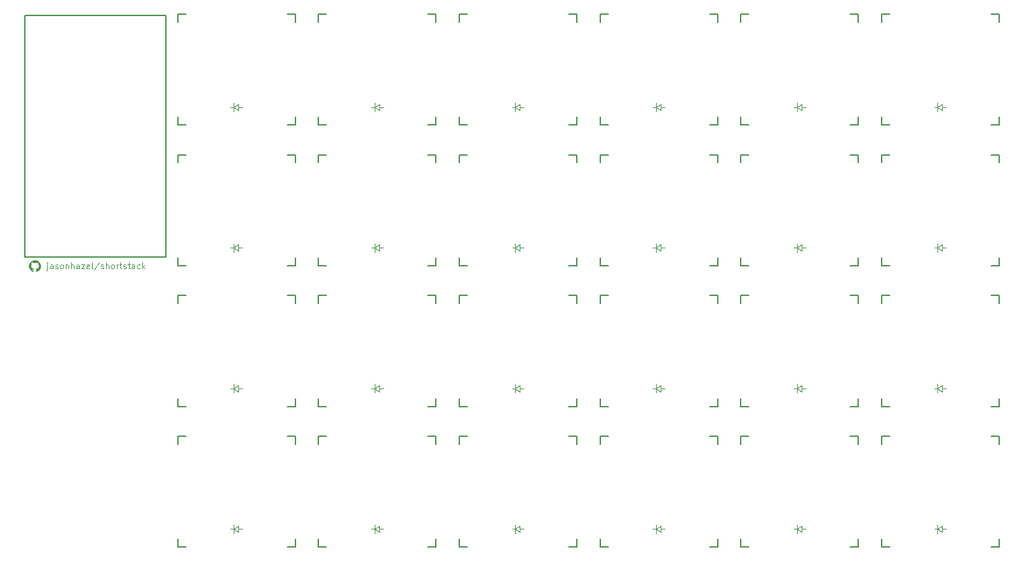
<source format=gbr>
%TF.GenerationSoftware,KiCad,Pcbnew,(6.0.10)*%
%TF.CreationDate,2023-01-29T20:47:48-05:00*%
%TF.ProjectId,shortstack,73686f72-7473-4746-9163-6b2e6b696361,v1.0.0*%
%TF.SameCoordinates,Original*%
%TF.FileFunction,Legend,Top*%
%TF.FilePolarity,Positive*%
%FSLAX46Y46*%
G04 Gerber Fmt 4.6, Leading zero omitted, Abs format (unit mm)*
G04 Created by KiCad (PCBNEW (6.0.10)) date 2023-01-29 20:47:48*
%MOMM*%
%LPD*%
G01*
G04 APERTURE LIST*
%ADD10C,0.100000*%
%ADD11C,0.150000*%
G04 APERTURE END LIST*
D10*
%TO.C,GH2*%
X-23851512Y28628371D02*
X-23851512Y27985514D01*
X-23887226Y27914085D01*
X-23958655Y27878371D01*
X-23994369Y27878371D01*
X-23851512Y28878371D02*
X-23887226Y28842657D01*
X-23851512Y28806942D01*
X-23815798Y28842657D01*
X-23851512Y28878371D01*
X-23851512Y28806942D01*
X-23172941Y28128371D02*
X-23172941Y28521228D01*
X-23208655Y28592657D01*
X-23280084Y28628371D01*
X-23422941Y28628371D01*
X-23494369Y28592657D01*
X-23172941Y28164085D02*
X-23244369Y28128371D01*
X-23422941Y28128371D01*
X-23494369Y28164085D01*
X-23530084Y28235514D01*
X-23530084Y28306942D01*
X-23494369Y28378371D01*
X-23422941Y28414085D01*
X-23244369Y28414085D01*
X-23172941Y28449799D01*
X-22851512Y28164085D02*
X-22780084Y28128371D01*
X-22637226Y28128371D01*
X-22565798Y28164085D01*
X-22530084Y28235514D01*
X-22530084Y28271228D01*
X-22565798Y28342657D01*
X-22637226Y28378371D01*
X-22744369Y28378371D01*
X-22815798Y28414085D01*
X-22851512Y28485514D01*
X-22851512Y28521228D01*
X-22815798Y28592657D01*
X-22744369Y28628371D01*
X-22637226Y28628371D01*
X-22565798Y28592657D01*
X-22101512Y28128371D02*
X-22172941Y28164085D01*
X-22208655Y28199799D01*
X-22244369Y28271228D01*
X-22244369Y28485514D01*
X-22208655Y28556942D01*
X-22172941Y28592657D01*
X-22101512Y28628371D01*
X-21994369Y28628371D01*
X-21922941Y28592657D01*
X-21887226Y28556942D01*
X-21851512Y28485514D01*
X-21851512Y28271228D01*
X-21887226Y28199799D01*
X-21922941Y28164085D01*
X-21994369Y28128371D01*
X-22101512Y28128371D01*
X-21530084Y28628371D02*
X-21530084Y28128371D01*
X-21530084Y28556942D02*
X-21494369Y28592657D01*
X-21422941Y28628371D01*
X-21315798Y28628371D01*
X-21244369Y28592657D01*
X-21208655Y28521228D01*
X-21208655Y28128371D01*
X-20851512Y28128371D02*
X-20851512Y28878371D01*
X-20530084Y28128371D02*
X-20530084Y28521228D01*
X-20565798Y28592657D01*
X-20637226Y28628371D01*
X-20744369Y28628371D01*
X-20815798Y28592657D01*
X-20851512Y28556942D01*
X-19851512Y28128371D02*
X-19851512Y28521228D01*
X-19887226Y28592657D01*
X-19958655Y28628371D01*
X-20101512Y28628371D01*
X-20172941Y28592657D01*
X-19851512Y28164085D02*
X-19922941Y28128371D01*
X-20101512Y28128371D01*
X-20172941Y28164085D01*
X-20208655Y28235514D01*
X-20208655Y28306942D01*
X-20172941Y28378371D01*
X-20101512Y28414085D01*
X-19922941Y28414085D01*
X-19851512Y28449799D01*
X-19565798Y28628371D02*
X-19172941Y28628371D01*
X-19565798Y28128371D01*
X-19172941Y28128371D01*
X-18601512Y28164085D02*
X-18672941Y28128371D01*
X-18815798Y28128371D01*
X-18887226Y28164085D01*
X-18922941Y28235514D01*
X-18922941Y28521228D01*
X-18887226Y28592657D01*
X-18815798Y28628371D01*
X-18672941Y28628371D01*
X-18601512Y28592657D01*
X-18565798Y28521228D01*
X-18565798Y28449799D01*
X-18922941Y28378371D01*
X-18137226Y28128371D02*
X-18208655Y28164085D01*
X-18244369Y28235514D01*
X-18244369Y28878371D01*
X-17315798Y28914085D02*
X-17958655Y27949799D01*
X-17101512Y28164085D02*
X-17030084Y28128371D01*
X-16887226Y28128371D01*
X-16815798Y28164085D01*
X-16780084Y28235514D01*
X-16780084Y28271228D01*
X-16815798Y28342657D01*
X-16887226Y28378371D01*
X-16994369Y28378371D01*
X-17065798Y28414085D01*
X-17101512Y28485514D01*
X-17101512Y28521228D01*
X-17065798Y28592657D01*
X-16994369Y28628371D01*
X-16887226Y28628371D01*
X-16815798Y28592657D01*
X-16458655Y28128371D02*
X-16458655Y28878371D01*
X-16137226Y28128371D02*
X-16137226Y28521228D01*
X-16172941Y28592657D01*
X-16244369Y28628371D01*
X-16351512Y28628371D01*
X-16422941Y28592657D01*
X-16458655Y28556942D01*
X-15672941Y28128371D02*
X-15744369Y28164085D01*
X-15780084Y28199799D01*
X-15815798Y28271228D01*
X-15815798Y28485514D01*
X-15780084Y28556942D01*
X-15744369Y28592657D01*
X-15672941Y28628371D01*
X-15565798Y28628371D01*
X-15494369Y28592657D01*
X-15458655Y28556942D01*
X-15422941Y28485514D01*
X-15422941Y28271228D01*
X-15458655Y28199799D01*
X-15494369Y28164085D01*
X-15565798Y28128371D01*
X-15672941Y28128371D01*
X-15101512Y28128371D02*
X-15101512Y28628371D01*
X-15101512Y28485514D02*
X-15065798Y28556942D01*
X-15030084Y28592657D01*
X-14958655Y28628371D01*
X-14887226Y28628371D01*
X-14744369Y28628371D02*
X-14458655Y28628371D01*
X-14637226Y28878371D02*
X-14637226Y28235514D01*
X-14601512Y28164085D01*
X-14530084Y28128371D01*
X-14458655Y28128371D01*
X-14244369Y28164085D02*
X-14172941Y28128371D01*
X-14030084Y28128371D01*
X-13958655Y28164085D01*
X-13922941Y28235514D01*
X-13922941Y28271228D01*
X-13958655Y28342657D01*
X-14030084Y28378371D01*
X-14137226Y28378371D01*
X-14208655Y28414085D01*
X-14244369Y28485514D01*
X-14244369Y28521228D01*
X-14208655Y28592657D01*
X-14137226Y28628371D01*
X-14030084Y28628371D01*
X-13958655Y28592657D01*
X-13708655Y28628371D02*
X-13422941Y28628371D01*
X-13601512Y28878371D02*
X-13601512Y28235514D01*
X-13565798Y28164085D01*
X-13494369Y28128371D01*
X-13422941Y28128371D01*
X-12851512Y28128371D02*
X-12851512Y28521228D01*
X-12887226Y28592657D01*
X-12958655Y28628371D01*
X-13101512Y28628371D01*
X-13172941Y28592657D01*
X-12851512Y28164085D02*
X-12922941Y28128371D01*
X-13101512Y28128371D01*
X-13172941Y28164085D01*
X-13208655Y28235514D01*
X-13208655Y28306942D01*
X-13172941Y28378371D01*
X-13101512Y28414085D01*
X-12922941Y28414085D01*
X-12851512Y28449799D01*
X-12172941Y28164085D02*
X-12244369Y28128371D01*
X-12387226Y28128371D01*
X-12458655Y28164085D01*
X-12494369Y28199799D01*
X-12530083Y28271228D01*
X-12530083Y28485514D01*
X-12494369Y28556942D01*
X-12458655Y28592657D01*
X-12387226Y28628371D01*
X-12244369Y28628371D01*
X-12172941Y28592657D01*
X-11851512Y28128371D02*
X-11851512Y28878371D01*
X-11780083Y28414085D02*
X-11565798Y28128371D01*
X-11565798Y28628371D02*
X-11851512Y28342657D01*
G36*
X-25374279Y29199012D02*
G01*
X-25341123Y29197433D01*
X-25311262Y29194898D01*
X-25286707Y29191460D01*
X-25213023Y29174681D01*
X-25143062Y29151815D01*
X-25076753Y29122822D01*
X-25014023Y29087667D01*
X-24954798Y29046310D01*
X-24899007Y28998714D01*
X-24880276Y28980573D01*
X-24831059Y28926369D01*
X-24787610Y28868083D01*
X-24750111Y28806085D01*
X-24718743Y28740744D01*
X-24693686Y28672426D01*
X-24675121Y28601502D01*
X-24664890Y28541814D01*
X-24662171Y28513446D01*
X-24660684Y28480403D01*
X-24660384Y28444638D01*
X-24661223Y28408099D01*
X-24663158Y28372738D01*
X-24666141Y28340503D01*
X-24670128Y28313346D01*
X-24670246Y28312719D01*
X-24687569Y28239302D01*
X-24711098Y28168980D01*
X-24740654Y28102054D01*
X-24776061Y28038826D01*
X-24817142Y27979599D01*
X-24863719Y27924675D01*
X-24915615Y27874356D01*
X-24938794Y27854798D01*
X-24964764Y27834968D01*
X-24993171Y27815372D01*
X-25023070Y27796499D01*
X-25053515Y27778837D01*
X-25083564Y27762877D01*
X-25112272Y27749107D01*
X-25138693Y27738016D01*
X-25161883Y27730093D01*
X-25180899Y27725829D01*
X-25188981Y27725219D01*
X-25201068Y27726859D01*
X-25210849Y27732900D01*
X-25213768Y27735658D01*
X-25224207Y27746098D01*
X-25224269Y27872265D01*
X-25224366Y27910357D01*
X-25224670Y27942132D01*
X-25225263Y27968419D01*
X-25226223Y27990044D01*
X-25227634Y28007832D01*
X-25229574Y28022611D01*
X-25232126Y28035206D01*
X-25235370Y28046445D01*
X-25239386Y28057154D01*
X-25243195Y28065863D01*
X-25250343Y28079216D01*
X-25258909Y28092179D01*
X-25263081Y28097418D01*
X-25269125Y28105187D01*
X-25271913Y28110617D01*
X-25271649Y28111965D01*
X-25266846Y28113172D01*
X-25257189Y28114694D01*
X-25246904Y28115956D01*
X-25224832Y28119329D01*
X-25198858Y28124808D01*
X-25171657Y28131717D01*
X-25145905Y28139376D01*
X-25124860Y28146874D01*
X-25089409Y28163440D01*
X-25058228Y28183458D01*
X-25030321Y28207042D01*
X-25003240Y28236169D01*
X-24980965Y28268203D01*
X-24963189Y28303855D01*
X-24949608Y28343833D01*
X-24939916Y28388848D01*
X-24934751Y28429029D01*
X-24932342Y28480382D01*
X-24935523Y28527592D01*
X-24944398Y28571093D01*
X-24959070Y28611315D01*
X-24979643Y28648690D01*
X-24991469Y28665513D01*
X-25008225Y28687719D01*
X-25002174Y28710933D01*
X-24997829Y28735205D01*
X-24995907Y28763680D01*
X-24996392Y28793843D01*
X-24999268Y28823184D01*
X-25002981Y28843121D01*
X-25007537Y28861482D01*
X-25011653Y28873931D01*
X-25016277Y28881566D01*
X-25022352Y28885482D01*
X-25030826Y28886775D01*
X-25040516Y28886635D01*
X-25063238Y28883509D01*
X-25089946Y28876189D01*
X-25119281Y28865217D01*
X-25149882Y28851136D01*
X-25180390Y28834486D01*
X-25196690Y28824396D01*
X-25220959Y28808672D01*
X-25256320Y28816620D01*
X-25315335Y28826792D01*
X-25377604Y28831763D01*
X-25441502Y28831550D01*
X-25505405Y28826170D01*
X-25567687Y28815637D01*
X-25577779Y28813386D01*
X-25597421Y28808844D01*
X-25621802Y28824524D01*
X-25641011Y28836007D01*
X-25663184Y28847869D01*
X-25686428Y28859217D01*
X-25708849Y28869157D01*
X-25728554Y28876796D01*
X-25740279Y28880443D01*
X-25755620Y28883653D01*
X-25771395Y28885683D01*
X-25785751Y28886435D01*
X-25796835Y28885813D01*
X-25802786Y28883730D01*
X-25805183Y28878968D01*
X-25808712Y28869231D01*
X-25812685Y28856448D01*
X-25813446Y28853790D01*
X-25819088Y28827494D01*
X-25822337Y28798400D01*
X-25823210Y28768431D01*
X-25821724Y28739512D01*
X-25817898Y28713565D01*
X-25811971Y28693064D01*
X-25812970Y28687342D01*
X-25818163Y28677647D01*
X-25826091Y28666279D01*
X-25845046Y28637305D01*
X-25861505Y28604407D01*
X-25873977Y28570733D01*
X-25877610Y28557362D01*
X-25881150Y28537120D01*
X-25883581Y28511879D01*
X-25884855Y28483700D01*
X-25884923Y28454647D01*
X-25883737Y28426784D01*
X-25881249Y28402172D01*
X-25881226Y28402004D01*
X-25871080Y28351193D01*
X-25855792Y28305336D01*
X-25835349Y28264419D01*
X-25809741Y28228429D01*
X-25778958Y28197353D01*
X-25742989Y28171178D01*
X-25701823Y28149891D01*
X-25671350Y28138363D01*
X-25650267Y28132126D01*
X-25626164Y28126096D01*
X-25602992Y28121226D01*
X-25593850Y28119656D01*
X-25574067Y28116597D01*
X-25560496Y28114292D01*
X-25552313Y28112258D01*
X-25548694Y28110010D01*
X-25548818Y28107066D01*
X-25551859Y28102941D01*
X-25556506Y28097709D01*
X-25569761Y28078527D01*
X-25580836Y28054276D01*
X-25588588Y28028008D01*
X-25593152Y28007582D01*
X-25616715Y27999436D01*
X-25629957Y27995430D01*
X-25643102Y27992942D01*
X-25658522Y27991665D01*
X-25678590Y27991291D01*
X-25679564Y27991290D01*
X-25697571Y27991453D01*
X-25710455Y27992167D01*
X-25720231Y27993764D01*
X-25728915Y27996581D01*
X-25738525Y28000953D01*
X-25738926Y28001149D01*
X-25760929Y28014213D01*
X-25780812Y28031138D01*
X-25799853Y28053132D01*
X-25811978Y28070111D01*
X-25830435Y28095071D01*
X-25848520Y28114121D01*
X-25867325Y28128339D01*
X-25875993Y28133282D01*
X-25893140Y28140538D01*
X-25911102Y28145332D01*
X-25928257Y28147512D01*
X-25942983Y28146928D01*
X-25953656Y28143428D01*
X-25956750Y28140808D01*
X-25959016Y28133072D01*
X-25954470Y28123728D01*
X-25943218Y28112939D01*
X-25933790Y28106167D01*
X-25921327Y28096726D01*
X-25907330Y28084369D01*
X-25894768Y28071721D01*
X-25894443Y28071363D01*
X-25886137Y28061642D01*
X-25878590Y28051386D01*
X-25871091Y28039372D01*
X-25862929Y28024379D01*
X-25853394Y28005185D01*
X-25842368Y27981840D01*
X-25831603Y27964549D01*
X-25815942Y27946935D01*
X-25797285Y27930873D01*
X-25778277Y27918629D01*
X-25757134Y27908871D01*
X-25735507Y27902282D01*
X-25711669Y27898556D01*
X-25683895Y27897386D01*
X-25661707Y27897901D01*
X-25643308Y27898833D01*
X-25626714Y27899943D01*
X-25613651Y27901098D01*
X-25605846Y27902164D01*
X-25605457Y27902251D01*
X-25595636Y27904623D01*
X-25595636Y27746098D01*
X-25606075Y27735658D01*
X-25616116Y27728523D01*
X-25628487Y27725537D01*
X-25644190Y27726707D01*
X-25664230Y27732034D01*
X-25675268Y27735915D01*
X-25738604Y27763210D01*
X-25799291Y27796835D01*
X-25856847Y27836313D01*
X-25910794Y27881170D01*
X-25960652Y27930930D01*
X-26005940Y27985118D01*
X-26046180Y28043257D01*
X-26080891Y28104872D01*
X-26107642Y28164504D01*
X-26126412Y28216848D01*
X-26140552Y28267989D01*
X-26150462Y28319939D01*
X-26156544Y28374709D01*
X-26158915Y28421647D01*
X-26158400Y28489949D01*
X-26152763Y28554253D01*
X-26141751Y28615793D01*
X-26125109Y28675798D01*
X-26102583Y28735501D01*
X-26087015Y28769862D01*
X-26061738Y28819043D01*
X-26035227Y28863093D01*
X-26006083Y28904023D01*
X-25972908Y28943843D01*
X-25945784Y28972909D01*
X-25891683Y29023675D01*
X-25834061Y29068249D01*
X-25773073Y29106553D01*
X-25708873Y29138510D01*
X-25641617Y29164043D01*
X-25571457Y29183074D01*
X-25501843Y29195115D01*
X-25474513Y29197685D01*
X-25442875Y29199170D01*
X-25408830Y29199601D01*
X-25374279Y29199012D01*
G37*
D11*
%TO.C,SW9*%
X42899992Y6987664D02*
X41899992Y6987664D01*
X29100000Y-7012500D02*
X28100000Y-7012500D01*
X42899992Y-7012336D02*
X42899992Y-6012336D01*
X42900000Y6987500D02*
X42900000Y5987500D01*
X28099992Y-6012336D02*
X28099992Y-7012336D01*
X28100000Y5987500D02*
X28100000Y6987500D01*
X28100000Y6987500D02*
X29100000Y6987500D01*
X41899992Y-7012336D02*
X42899992Y-7012336D01*
%TO.C,SW17*%
X63599992Y-6012336D02*
X63599992Y-7012336D01*
X78400000Y6987500D02*
X78400000Y5987500D01*
X78399992Y-7012336D02*
X78399992Y-6012336D01*
X78399992Y6987664D02*
X77399992Y6987664D01*
X64600000Y-7012500D02*
X63600000Y-7012500D01*
X63600000Y6987500D02*
X64600000Y6987500D01*
X77399992Y-7012336D02*
X78399992Y-7012336D01*
X63600000Y5987500D02*
X63600000Y6987500D01*
%TO.C,SW24*%
X96150000Y60237500D02*
X96150000Y59237500D01*
X96149992Y60237664D02*
X95149992Y60237664D01*
X81350000Y60237500D02*
X82350000Y60237500D01*
X82350000Y46237500D02*
X81350000Y46237500D01*
X95149992Y46237664D02*
X96149992Y46237664D01*
X96149992Y46237664D02*
X96149992Y47237664D01*
X81349992Y47237664D02*
X81349992Y46237664D01*
X81350000Y59237500D02*
X81350000Y60237500D01*
%TO.C,SW3*%
X-7400008Y29487664D02*
X-7400008Y28487664D01*
X7399992Y42487664D02*
X6399992Y42487664D01*
X-7400000Y42487500D02*
X-6400000Y42487500D01*
X6399992Y28487664D02*
X7399992Y28487664D01*
X-7400000Y41487500D02*
X-7400000Y42487500D01*
X7399992Y28487664D02*
X7399992Y29487664D01*
X7400000Y42487500D02*
X7400000Y41487500D01*
X-6400000Y28487500D02*
X-7400000Y28487500D01*
%TO.C,SW4*%
X6399992Y46237664D02*
X7399992Y46237664D01*
X-7400000Y59237500D02*
X-7400000Y60237500D01*
X-6400000Y46237500D02*
X-7400000Y46237500D01*
X-7400008Y47237664D02*
X-7400008Y46237664D01*
X7399992Y46237664D02*
X7399992Y47237664D01*
X7400000Y60237500D02*
X7400000Y59237500D01*
X-7400000Y60237500D02*
X-6400000Y60237500D01*
X7399992Y60237664D02*
X6399992Y60237664D01*
%TO.C,SW21*%
X82350000Y-7012500D02*
X81350000Y-7012500D01*
X95149992Y-7012336D02*
X96149992Y-7012336D01*
X96149992Y6987664D02*
X95149992Y6987664D01*
X81350000Y6987500D02*
X82350000Y6987500D01*
X96149992Y-7012336D02*
X96149992Y-6012336D01*
X81350000Y5987500D02*
X81350000Y6987500D01*
X81349992Y-6012336D02*
X81349992Y-7012336D01*
X96150000Y6987500D02*
X96150000Y5987500D01*
%TO.C,SW6*%
X25149992Y24737664D02*
X24149992Y24737664D01*
X10349992Y11737664D02*
X10349992Y10737664D01*
X25149992Y10737664D02*
X25149992Y11737664D01*
X11350000Y10737500D02*
X10350000Y10737500D01*
X10350000Y24737500D02*
X11350000Y24737500D01*
X10350000Y23737500D02*
X10350000Y24737500D01*
X24149992Y10737664D02*
X25149992Y10737664D01*
X25150000Y24737500D02*
X25150000Y23737500D01*
%TO.C,SW16*%
X60649992Y60237664D02*
X59649992Y60237664D01*
X45850000Y59237500D02*
X45850000Y60237500D01*
X60649992Y46237664D02*
X60649992Y47237664D01*
X60650000Y60237500D02*
X60650000Y59237500D01*
X46850000Y46237500D02*
X45850000Y46237500D01*
X45849992Y47237664D02*
X45849992Y46237664D01*
X59649992Y46237664D02*
X60649992Y46237664D01*
X45850000Y60237500D02*
X46850000Y60237500D01*
%TO.C,SW19*%
X78399992Y28487664D02*
X78399992Y29487664D01*
X78399992Y42487664D02*
X77399992Y42487664D01*
X63600000Y41487500D02*
X63600000Y42487500D01*
X64600000Y28487500D02*
X63600000Y28487500D01*
X77399992Y28487664D02*
X78399992Y28487664D01*
X63599992Y29487664D02*
X63599992Y28487664D01*
X78400000Y42487500D02*
X78400000Y41487500D01*
X63600000Y42487500D02*
X64600000Y42487500D01*
%TO.C,SW20*%
X77399992Y46237664D02*
X78399992Y46237664D01*
X63600000Y59237500D02*
X63600000Y60237500D01*
X78399992Y60237664D02*
X77399992Y60237664D01*
X78399992Y46237664D02*
X78399992Y47237664D01*
X78400000Y60237500D02*
X78400000Y59237500D01*
X63599992Y47237664D02*
X63599992Y46237664D01*
X64600000Y46237500D02*
X63600000Y46237500D01*
X63600000Y60237500D02*
X64600000Y60237500D01*
%TO.C,SW11*%
X42899992Y42487664D02*
X41899992Y42487664D01*
X28100000Y41487500D02*
X28100000Y42487500D01*
X29100000Y28487500D02*
X28100000Y28487500D01*
X28100000Y42487500D02*
X29100000Y42487500D01*
X28099992Y29487664D02*
X28099992Y28487664D01*
X41899992Y28487664D02*
X42899992Y28487664D01*
X42900000Y42487500D02*
X42900000Y41487500D01*
X42899992Y28487664D02*
X42899992Y29487664D01*
%TO.C,SW18*%
X78399992Y24737664D02*
X77399992Y24737664D01*
X64600000Y10737500D02*
X63600000Y10737500D01*
X63600000Y23737500D02*
X63600000Y24737500D01*
X63599992Y11737664D02*
X63599992Y10737664D01*
X78400000Y24737500D02*
X78400000Y23737500D01*
X63600000Y24737500D02*
X64600000Y24737500D01*
X77399992Y10737664D02*
X78399992Y10737664D01*
X78399992Y10737664D02*
X78399992Y11737664D01*
%TO.C,U1*%
X-8889965Y60054420D02*
X-8889965Y29574420D01*
X-26669965Y60054420D02*
X-8889965Y60054420D01*
X-26669965Y60054420D02*
X-26669965Y29574420D01*
X-8889965Y29574420D02*
X-26669965Y29574420D01*
%TO.C,SW14*%
X59649992Y10737664D02*
X60649992Y10737664D01*
X45850000Y24737500D02*
X46850000Y24737500D01*
X60649992Y10737664D02*
X60649992Y11737664D01*
X45850000Y23737500D02*
X45850000Y24737500D01*
X60650000Y24737500D02*
X60650000Y23737500D01*
X46850000Y10737500D02*
X45850000Y10737500D01*
X45849992Y11737664D02*
X45849992Y10737664D01*
X60649992Y24737664D02*
X59649992Y24737664D01*
%TO.C,SW10*%
X29100000Y10737500D02*
X28100000Y10737500D01*
X28100000Y23737500D02*
X28100000Y24737500D01*
X42899992Y24737664D02*
X41899992Y24737664D01*
X28099992Y11737664D02*
X28099992Y10737664D01*
X42900000Y24737500D02*
X42900000Y23737500D01*
X28100000Y24737500D02*
X29100000Y24737500D01*
X41899992Y10737664D02*
X42899992Y10737664D01*
X42899992Y10737664D02*
X42899992Y11737664D01*
%TO.C,SW22*%
X82350000Y10737500D02*
X81350000Y10737500D01*
X81350000Y24737500D02*
X82350000Y24737500D01*
X95149992Y10737664D02*
X96149992Y10737664D01*
X81350000Y23737500D02*
X81350000Y24737500D01*
X96150000Y24737500D02*
X96150000Y23737500D01*
X96149992Y24737664D02*
X95149992Y24737664D01*
X81349992Y11737664D02*
X81349992Y10737664D01*
X96149992Y10737664D02*
X96149992Y11737664D01*
%TO.C,SW13*%
X60650000Y6987500D02*
X60650000Y5987500D01*
X45850000Y5987500D02*
X45850000Y6987500D01*
X45850000Y6987500D02*
X46850000Y6987500D01*
X60649992Y6987664D02*
X59649992Y6987664D01*
X45849992Y-6012336D02*
X45849992Y-7012336D01*
X59649992Y-7012336D02*
X60649992Y-7012336D01*
X60649992Y-7012336D02*
X60649992Y-6012336D01*
X46850000Y-7012500D02*
X45850000Y-7012500D01*
%TO.C,SW12*%
X28100000Y59237500D02*
X28100000Y60237500D01*
X28100000Y60237500D02*
X29100000Y60237500D01*
X29100000Y46237500D02*
X28100000Y46237500D01*
X42900000Y60237500D02*
X42900000Y59237500D01*
X28099992Y47237664D02*
X28099992Y46237664D01*
X42899992Y46237664D02*
X42899992Y47237664D01*
X42899992Y60237664D02*
X41899992Y60237664D01*
X41899992Y46237664D02*
X42899992Y46237664D01*
%TO.C,SW15*%
X45850000Y41487500D02*
X45850000Y42487500D01*
X60649992Y42487664D02*
X59649992Y42487664D01*
X60649992Y28487664D02*
X60649992Y29487664D01*
X60650000Y42487500D02*
X60650000Y41487500D01*
X45850000Y42487500D02*
X46850000Y42487500D01*
X46850000Y28487500D02*
X45850000Y28487500D01*
X45849992Y29487664D02*
X45849992Y28487664D01*
X59649992Y28487664D02*
X60649992Y28487664D01*
%TO.C,SW8*%
X10350000Y60237500D02*
X11350000Y60237500D01*
X25149992Y60237664D02*
X24149992Y60237664D01*
X24149992Y46237664D02*
X25149992Y46237664D01*
X10349992Y47237664D02*
X10349992Y46237664D01*
X25149992Y46237664D02*
X25149992Y47237664D01*
X25150000Y60237500D02*
X25150000Y59237500D01*
X10350000Y59237500D02*
X10350000Y60237500D01*
X11350000Y46237500D02*
X10350000Y46237500D01*
%TO.C,SW1*%
X7399992Y-7012336D02*
X7399992Y-6012336D01*
X-6400000Y-7012500D02*
X-7400000Y-7012500D01*
X7400000Y6987500D02*
X7400000Y5987500D01*
X7399992Y6987664D02*
X6399992Y6987664D01*
X-7400000Y5987500D02*
X-7400000Y6987500D01*
X-7400008Y-6012336D02*
X-7400008Y-7012336D01*
X-7400000Y6987500D02*
X-6400000Y6987500D01*
X6399992Y-7012336D02*
X7399992Y-7012336D01*
%TO.C,SW7*%
X10350000Y41487500D02*
X10350000Y42487500D01*
X24149992Y28487664D02*
X25149992Y28487664D01*
X25149992Y42487664D02*
X24149992Y42487664D01*
X25150000Y42487500D02*
X25150000Y41487500D01*
X10349992Y29487664D02*
X10349992Y28487664D01*
X25149992Y28487664D02*
X25149992Y29487664D01*
X11350000Y28487500D02*
X10350000Y28487500D01*
X10350000Y42487500D02*
X11350000Y42487500D01*
%TO.C,SW5*%
X10349992Y-6012336D02*
X10349992Y-7012336D01*
X10350000Y5987500D02*
X10350000Y6987500D01*
X10350000Y6987500D02*
X11350000Y6987500D01*
X25149992Y6987664D02*
X24149992Y6987664D01*
X25150000Y6987500D02*
X25150000Y5987500D01*
X11350000Y-7012500D02*
X10350000Y-7012500D01*
X24149992Y-7012336D02*
X25149992Y-7012336D01*
X25149992Y-7012336D02*
X25149992Y-6012336D01*
%TO.C,SW23*%
X81350000Y42487500D02*
X82350000Y42487500D01*
X95149992Y28487664D02*
X96149992Y28487664D01*
X81350000Y41487500D02*
X81350000Y42487500D01*
X81349992Y29487664D02*
X81349992Y28487664D01*
X82350000Y28487500D02*
X81350000Y28487500D01*
X96149992Y42487664D02*
X95149992Y42487664D01*
X96149992Y28487664D02*
X96149992Y29487664D01*
X96150000Y42487500D02*
X96150000Y41487500D01*
%TO.C,SW2*%
X7400000Y24737500D02*
X7400000Y23737500D01*
X-6400000Y10737500D02*
X-7400000Y10737500D01*
X7399992Y24737664D02*
X6399992Y24737664D01*
X-7400000Y24737500D02*
X-6400000Y24737500D01*
X-7400008Y11737664D02*
X-7400008Y10737664D01*
X6399992Y10737664D02*
X7399992Y10737664D01*
X-7400000Y23737500D02*
X-7400000Y24737500D01*
X7399992Y10737664D02*
X7399992Y11737664D01*
D10*
%TO.C,D2*%
X-750000Y13000000D02*
X-350000Y13000000D01*
X-350000Y13000000D02*
X-350000Y12450000D01*
X250000Y13000000D02*
X750000Y13000000D01*
X-350000Y13000000D02*
X-350000Y13550000D01*
X-350000Y13000000D02*
X250000Y13400000D01*
X250000Y13400000D02*
X250000Y12600000D01*
X250000Y12600000D02*
X-350000Y13000000D01*
%TO.C,D20*%
X70250000Y48500000D02*
X70650000Y48500000D01*
X71250000Y48100000D02*
X70650000Y48500000D01*
X70650000Y48500000D02*
X71250000Y48900000D01*
X71250000Y48500000D02*
X71750000Y48500000D01*
X70650000Y48500000D02*
X70650000Y47950000D01*
X70650000Y48500000D02*
X70650000Y49050000D01*
X71250000Y48900000D02*
X71250000Y48100000D01*
%TO.C,D6*%
X18000000Y13000000D02*
X18500000Y13000000D01*
X18000000Y12600000D02*
X17400000Y13000000D01*
X18000000Y13400000D02*
X18000000Y12600000D01*
X17400000Y13000000D02*
X18000000Y13400000D01*
X17400000Y13000000D02*
X17400000Y12450000D01*
X17400000Y13000000D02*
X17400000Y13550000D01*
X17000000Y13000000D02*
X17400000Y13000000D01*
%TO.C,D7*%
X18000000Y30350000D02*
X17400000Y30750000D01*
X17400000Y30750000D02*
X17400000Y30200000D01*
X17000000Y30750000D02*
X17400000Y30750000D01*
X17400000Y30750000D02*
X18000000Y31150000D01*
X18000000Y31150000D02*
X18000000Y30350000D01*
X18000000Y30750000D02*
X18500000Y30750000D01*
X17400000Y30750000D02*
X17400000Y31300000D01*
%TO.C,D4*%
X250000Y48500000D02*
X750000Y48500000D01*
X250000Y48100000D02*
X-350000Y48500000D01*
X-750000Y48500000D02*
X-350000Y48500000D01*
X250000Y48900000D02*
X250000Y48100000D01*
X-350000Y48500000D02*
X-350000Y47950000D01*
X-350000Y48500000D02*
X250000Y48900000D01*
X-350000Y48500000D02*
X-350000Y49050000D01*
%TO.C,D14*%
X53500000Y13000000D02*
X54000000Y13000000D01*
X52900000Y13000000D02*
X53500000Y13400000D01*
X53500000Y13400000D02*
X53500000Y12600000D01*
X52900000Y13000000D02*
X52900000Y13550000D01*
X52900000Y13000000D02*
X52900000Y12450000D01*
X52500000Y13000000D02*
X52900000Y13000000D01*
X53500000Y12600000D02*
X52900000Y13000000D01*
%TO.C,D10*%
X35750000Y13000000D02*
X36250000Y13000000D01*
X35150000Y13000000D02*
X35150000Y12450000D01*
X35750000Y12600000D02*
X35150000Y13000000D01*
X35750000Y13400000D02*
X35750000Y12600000D01*
X34750000Y13000000D02*
X35150000Y13000000D01*
X35150000Y13000000D02*
X35150000Y13550000D01*
X35150000Y13000000D02*
X35750000Y13400000D01*
%TO.C,D1*%
X-350000Y-4750000D02*
X250000Y-4350000D01*
X-350000Y-4750000D02*
X-350000Y-4200000D01*
X-350000Y-4750000D02*
X-350000Y-5300000D01*
X250000Y-4350000D02*
X250000Y-5150000D01*
X-750000Y-4750000D02*
X-350000Y-4750000D01*
X250000Y-5150000D02*
X-350000Y-4750000D01*
X250000Y-4750000D02*
X750000Y-4750000D01*
%TO.C,D15*%
X52900000Y30750000D02*
X52900000Y30200000D01*
X52900000Y30750000D02*
X53500000Y31150000D01*
X52500000Y30750000D02*
X52900000Y30750000D01*
X53500000Y30350000D02*
X52900000Y30750000D01*
X52900000Y30750000D02*
X52900000Y31300000D01*
X53500000Y31150000D02*
X53500000Y30350000D01*
X53500000Y30750000D02*
X54000000Y30750000D01*
%TO.C,D17*%
X70650000Y-4750000D02*
X70650000Y-4200000D01*
X71250000Y-4350000D02*
X71250000Y-5150000D01*
X71250000Y-5150000D02*
X70650000Y-4750000D01*
X71250000Y-4750000D02*
X71750000Y-4750000D01*
X70250000Y-4750000D02*
X70650000Y-4750000D01*
X70650000Y-4750000D02*
X71250000Y-4350000D01*
X70650000Y-4750000D02*
X70650000Y-5300000D01*
%TO.C,D13*%
X52900000Y-4750000D02*
X53500000Y-4350000D01*
X52500000Y-4750000D02*
X52900000Y-4750000D01*
X52900000Y-4750000D02*
X52900000Y-5300000D01*
X52900000Y-4750000D02*
X52900000Y-4200000D01*
X53500000Y-4350000D02*
X53500000Y-5150000D01*
X53500000Y-4750000D02*
X54000000Y-4750000D01*
X53500000Y-5150000D02*
X52900000Y-4750000D01*
%TO.C,D11*%
X35150000Y30750000D02*
X35150000Y30200000D01*
X35750000Y30350000D02*
X35150000Y30750000D01*
X34750000Y30750000D02*
X35150000Y30750000D01*
X35150000Y30750000D02*
X35750000Y31150000D01*
X35750000Y31150000D02*
X35750000Y30350000D01*
X35750000Y30750000D02*
X36250000Y30750000D01*
X35150000Y30750000D02*
X35150000Y31300000D01*
%TO.C,D23*%
X89000000Y30750000D02*
X89500000Y30750000D01*
X89000000Y30350000D02*
X88400000Y30750000D01*
X88000000Y30750000D02*
X88400000Y30750000D01*
X88400000Y30750000D02*
X89000000Y31150000D01*
X88400000Y30750000D02*
X88400000Y31300000D01*
X88400000Y30750000D02*
X88400000Y30200000D01*
X89000000Y31150000D02*
X89000000Y30350000D01*
%TO.C,D16*%
X53500000Y48500000D02*
X54000000Y48500000D01*
X52900000Y48500000D02*
X53500000Y48900000D01*
X52500000Y48500000D02*
X52900000Y48500000D01*
X53500000Y48100000D02*
X52900000Y48500000D01*
X53500000Y48900000D02*
X53500000Y48100000D01*
X52900000Y48500000D02*
X52900000Y47950000D01*
X52900000Y48500000D02*
X52900000Y49050000D01*
%TO.C,D3*%
X250000Y30750000D02*
X750000Y30750000D01*
X-350000Y30750000D02*
X250000Y31150000D01*
X-350000Y30750000D02*
X-350000Y31300000D01*
X250000Y30350000D02*
X-350000Y30750000D01*
X250000Y31150000D02*
X250000Y30350000D01*
X-350000Y30750000D02*
X-350000Y30200000D01*
X-750000Y30750000D02*
X-350000Y30750000D01*
%TO.C,D12*%
X34750000Y48500000D02*
X35150000Y48500000D01*
X35750000Y48500000D02*
X36250000Y48500000D01*
X35150000Y48500000D02*
X35150000Y47950000D01*
X35750000Y48900000D02*
X35750000Y48100000D01*
X35750000Y48100000D02*
X35150000Y48500000D01*
X35150000Y48500000D02*
X35150000Y49050000D01*
X35150000Y48500000D02*
X35750000Y48900000D01*
%TO.C,D5*%
X18000000Y-5150000D02*
X17400000Y-4750000D01*
X18000000Y-4750000D02*
X18500000Y-4750000D01*
X18000000Y-4350000D02*
X18000000Y-5150000D01*
X17000000Y-4750000D02*
X17400000Y-4750000D01*
X17400000Y-4750000D02*
X17400000Y-5300000D01*
X17400000Y-4750000D02*
X17400000Y-4200000D01*
X17400000Y-4750000D02*
X18000000Y-4350000D01*
%TO.C,D21*%
X88400000Y-4750000D02*
X88400000Y-4200000D01*
X89000000Y-4350000D02*
X89000000Y-5150000D01*
X88000000Y-4750000D02*
X88400000Y-4750000D01*
X88400000Y-4750000D02*
X89000000Y-4350000D01*
X88400000Y-4750000D02*
X88400000Y-5300000D01*
X89000000Y-4750000D02*
X89500000Y-4750000D01*
X89000000Y-5150000D02*
X88400000Y-4750000D01*
%TO.C,D18*%
X70650000Y13000000D02*
X71250000Y13400000D01*
X70250000Y13000000D02*
X70650000Y13000000D01*
X70650000Y13000000D02*
X70650000Y12450000D01*
X70650000Y13000000D02*
X70650000Y13550000D01*
X71250000Y12600000D02*
X70650000Y13000000D01*
X71250000Y13400000D02*
X71250000Y12600000D01*
X71250000Y13000000D02*
X71750000Y13000000D01*
%TO.C,D19*%
X70650000Y30750000D02*
X70650000Y30200000D01*
X71250000Y30350000D02*
X70650000Y30750000D01*
X71250000Y31150000D02*
X71250000Y30350000D01*
X71250000Y30750000D02*
X71750000Y30750000D01*
X70250000Y30750000D02*
X70650000Y30750000D01*
X70650000Y30750000D02*
X70650000Y31300000D01*
X70650000Y30750000D02*
X71250000Y31150000D01*
%TO.C,D22*%
X89000000Y13000000D02*
X89500000Y13000000D01*
X89000000Y12600000D02*
X88400000Y13000000D01*
X88400000Y13000000D02*
X88400000Y13550000D01*
X89000000Y13400000D02*
X89000000Y12600000D01*
X88400000Y13000000D02*
X89000000Y13400000D01*
X88000000Y13000000D02*
X88400000Y13000000D01*
X88400000Y13000000D02*
X88400000Y12450000D01*
%TO.C,D9*%
X35150000Y-4750000D02*
X35150000Y-4200000D01*
X35750000Y-4750000D02*
X36250000Y-4750000D01*
X35750000Y-5150000D02*
X35150000Y-4750000D01*
X35750000Y-4350000D02*
X35750000Y-5150000D01*
X35150000Y-4750000D02*
X35150000Y-5300000D01*
X34750000Y-4750000D02*
X35150000Y-4750000D01*
X35150000Y-4750000D02*
X35750000Y-4350000D01*
%TO.C,D8*%
X17400000Y48500000D02*
X17400000Y47950000D01*
X17000000Y48500000D02*
X17400000Y48500000D01*
X18000000Y48500000D02*
X18500000Y48500000D01*
X17400000Y48500000D02*
X17400000Y49050000D01*
X18000000Y48900000D02*
X18000000Y48100000D01*
X18000000Y48100000D02*
X17400000Y48500000D01*
X17400000Y48500000D02*
X18000000Y48900000D01*
%TO.C,D24*%
X88400000Y48500000D02*
X89000000Y48900000D01*
X88000000Y48500000D02*
X88400000Y48500000D01*
X89000000Y48900000D02*
X89000000Y48100000D01*
X89000000Y48100000D02*
X88400000Y48500000D01*
X88400000Y48500000D02*
X88400000Y49050000D01*
X89000000Y48500000D02*
X89500000Y48500000D01*
X88400000Y48500000D02*
X88400000Y47950000D01*
%TD*%
M02*

</source>
